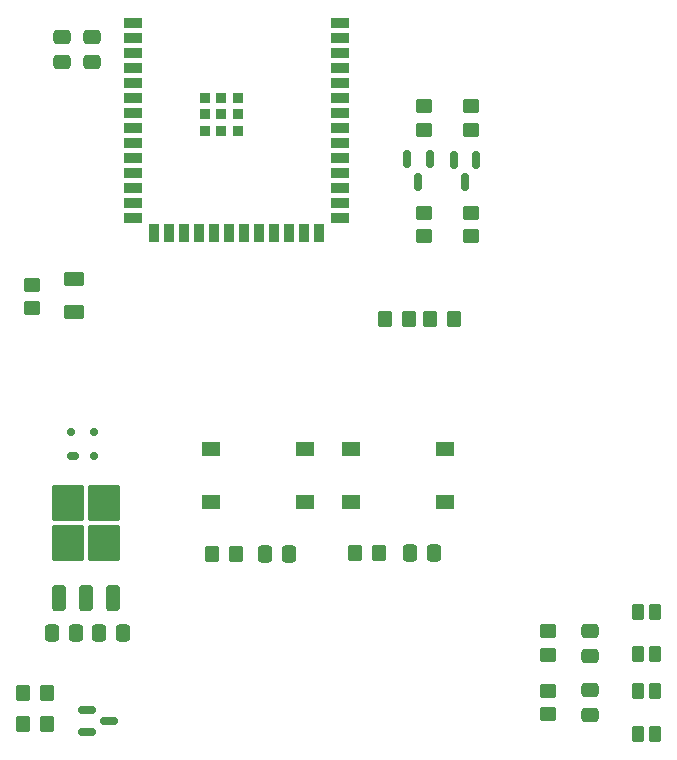
<source format=gbr>
%TF.GenerationSoftware,KiCad,Pcbnew,8.0.5*%
%TF.CreationDate,2024-10-15T02:56:10-05:00*%
%TF.ProjectId,werable_unit,77657261-626c-4655-9f75-6e69742e6b69,rev?*%
%TF.SameCoordinates,Original*%
%TF.FileFunction,Paste,Top*%
%TF.FilePolarity,Positive*%
%FSLAX46Y46*%
G04 Gerber Fmt 4.6, Leading zero omitted, Abs format (unit mm)*
G04 Created by KiCad (PCBNEW 8.0.5) date 2024-10-15 02:56:10*
%MOMM*%
%LPD*%
G01*
G04 APERTURE LIST*
G04 Aperture macros list*
%AMRoundRect*
0 Rectangle with rounded corners*
0 $1 Rounding radius*
0 $2 $3 $4 $5 $6 $7 $8 $9 X,Y pos of 4 corners*
0 Add a 4 corners polygon primitive as box body*
4,1,4,$2,$3,$4,$5,$6,$7,$8,$9,$2,$3,0*
0 Add four circle primitives for the rounded corners*
1,1,$1+$1,$2,$3*
1,1,$1+$1,$4,$5*
1,1,$1+$1,$6,$7*
1,1,$1+$1,$8,$9*
0 Add four rect primitives between the rounded corners*
20,1,$1+$1,$2,$3,$4,$5,0*
20,1,$1+$1,$4,$5,$6,$7,0*
20,1,$1+$1,$6,$7,$8,$9,0*
20,1,$1+$1,$8,$9,$2,$3,0*%
G04 Aperture macros list end*
%ADD10RoundRect,0.150000X-0.150000X0.587500X-0.150000X-0.587500X0.150000X-0.587500X0.150000X0.587500X0*%
%ADD11R,1.550000X1.300000*%
%ADD12RoundRect,0.250000X-0.450000X0.350000X-0.450000X-0.350000X0.450000X-0.350000X0.450000X0.350000X0*%
%ADD13RoundRect,0.250000X-0.350000X-0.450000X0.350000X-0.450000X0.350000X0.450000X-0.350000X0.450000X0*%
%ADD14RoundRect,0.250000X-0.337500X-0.475000X0.337500X-0.475000X0.337500X0.475000X-0.337500X0.475000X0*%
%ADD15R,1.498600X0.889000*%
%ADD16R,0.889000X1.498600*%
%ADD17R,0.889000X0.889000*%
%ADD18RoundRect,0.250000X0.450000X-0.350000X0.450000X0.350000X-0.450000X0.350000X-0.450000X-0.350000X0*%
%ADD19RoundRect,0.250000X0.275000X-0.450000X0.275000X0.450000X-0.275000X0.450000X-0.275000X-0.450000X0*%
%ADD20RoundRect,0.250000X-0.475000X0.337500X-0.475000X-0.337500X0.475000X-0.337500X0.475000X0.337500X0*%
%ADD21RoundRect,0.250000X0.350000X-0.850000X0.350000X0.850000X-0.350000X0.850000X-0.350000X-0.850000X0*%
%ADD22RoundRect,0.250000X1.125000X-1.275000X1.125000X1.275000X-1.125000X1.275000X-1.125000X-1.275000X0*%
%ADD23RoundRect,0.250000X0.475000X-0.337500X0.475000X0.337500X-0.475000X0.337500X-0.475000X-0.337500X0*%
%ADD24RoundRect,0.250000X0.625000X-0.375000X0.625000X0.375000X-0.625000X0.375000X-0.625000X-0.375000X0*%
%ADD25RoundRect,0.250000X0.337500X0.475000X-0.337500X0.475000X-0.337500X-0.475000X0.337500X-0.475000X0*%
%ADD26RoundRect,0.150000X-0.587500X-0.150000X0.587500X-0.150000X0.587500X0.150000X-0.587500X0.150000X0*%
%ADD27RoundRect,0.175000X0.325000X-0.175000X0.325000X0.175000X-0.325000X0.175000X-0.325000X-0.175000X0*%
%ADD28RoundRect,0.150000X0.150000X-0.200000X0.150000X0.200000X-0.150000X0.200000X-0.150000X-0.200000X0*%
G04 APERTURE END LIST*
D10*
%TO.C,Q2*%
X117346900Y-61216300D03*
X115446900Y-61216300D03*
X116396900Y-63091300D03*
%TD*%
D11*
%TO.C,SW4*%
X106769000Y-85634000D03*
X114719000Y-85634000D03*
X106769000Y-90134000D03*
X114719000Y-90134000D03*
%TD*%
D12*
%TO.C,R14*%
X116896900Y-56653800D03*
X116896900Y-58653800D03*
%TD*%
D13*
%TO.C,R9*%
X79000600Y-108940600D03*
X81000600Y-108940600D03*
%TD*%
%TO.C,R8*%
X78997500Y-106347000D03*
X80997500Y-106347000D03*
%TD*%
%TO.C,R25*%
X94989500Y-94546000D03*
X96989500Y-94546000D03*
%TD*%
D14*
%TO.C,C19*%
X111738500Y-94488000D03*
X113813500Y-94488000D03*
%TD*%
D15*
%TO.C,U10*%
X88278000Y-49604000D03*
X88278000Y-50874000D03*
X88278000Y-52144000D03*
X88278000Y-53414000D03*
X88278000Y-54684000D03*
X88278000Y-55954000D03*
X88278000Y-57224000D03*
X88278000Y-58494000D03*
X88278000Y-59764000D03*
X88278000Y-61034000D03*
X88278000Y-62304000D03*
X88278000Y-63574000D03*
X88278000Y-64844000D03*
X88278000Y-66114000D03*
D16*
X90043000Y-67364000D03*
X91313000Y-67364000D03*
X92583000Y-67364000D03*
X93853000Y-67364000D03*
X95123000Y-67364000D03*
X96393000Y-67364000D03*
X97663000Y-67364000D03*
X98933000Y-67364000D03*
X100203000Y-67364000D03*
X101473000Y-67364000D03*
X102743000Y-67364000D03*
X104013000Y-67364000D03*
D15*
X105778000Y-66114000D03*
X105778000Y-64844000D03*
X105778000Y-63574000D03*
X105778000Y-62304000D03*
X105778000Y-61034000D03*
X105778000Y-59764000D03*
X105778000Y-58494000D03*
X105778000Y-57224000D03*
X105778000Y-55954000D03*
X105778000Y-54684000D03*
X105778000Y-53414000D03*
X105778000Y-52144000D03*
X105778000Y-50874000D03*
X105778000Y-49604000D03*
D17*
X95778000Y-57324000D03*
X95778000Y-55924000D03*
X94378000Y-55924000D03*
X94378000Y-57324000D03*
X94378000Y-58724000D03*
X95778000Y-58724000D03*
X97178000Y-58724000D03*
X97178000Y-57324000D03*
X97178000Y-55924000D03*
%TD*%
D18*
%TO.C,R7*%
X79756000Y-73752000D03*
X79756000Y-71752000D03*
%TD*%
D12*
%TO.C,R15*%
X112896900Y-56653800D03*
X112896900Y-58653800D03*
%TD*%
D19*
%TO.C,SW5*%
X131035000Y-103050000D03*
X131035000Y-99450000D03*
X132475000Y-103050000D03*
X132475000Y-99450000D03*
%TD*%
D20*
%TO.C,C2*%
X126944000Y-106086500D03*
X126944000Y-108161500D03*
%TD*%
D12*
%TO.C,R20*%
X112896900Y-65653800D03*
X112896900Y-67653800D03*
%TD*%
D21*
%TO.C,U5*%
X82048000Y-98248000D03*
X84328000Y-98248000D03*
D22*
X82803000Y-93623000D03*
X85853000Y-93623000D03*
X82803000Y-90273000D03*
X85853000Y-90273000D03*
D21*
X86608000Y-98248000D03*
%TD*%
D19*
%TO.C,SW6*%
X131055000Y-109772000D03*
X131055000Y-106172000D03*
X132495000Y-109772000D03*
X132495000Y-106172000D03*
%TD*%
D13*
%TO.C,R18*%
X111621500Y-74676000D03*
X109621500Y-74676000D03*
%TD*%
D23*
%TO.C,C24*%
X82296000Y-52875000D03*
X82296000Y-50800000D03*
%TD*%
D13*
%TO.C,R13*%
X113477800Y-74676000D03*
X115477800Y-74676000D03*
%TD*%
D24*
%TO.C,D6*%
X83312000Y-74044000D03*
X83312000Y-71244000D03*
%TD*%
D12*
%TO.C,R19*%
X116896900Y-65653800D03*
X116896900Y-67653800D03*
%TD*%
D13*
%TO.C,R26*%
X107113500Y-94488000D03*
X109113500Y-94488000D03*
%TD*%
D18*
%TO.C,R3*%
X123444000Y-103124000D03*
X123444000Y-101124000D03*
%TD*%
%TO.C,R2*%
X123444000Y-108124000D03*
X123444000Y-106124000D03*
%TD*%
D11*
%TO.C,SW3*%
X94921000Y-85634000D03*
X102871000Y-85634000D03*
X94921000Y-90134000D03*
X102871000Y-90134000D03*
%TD*%
D10*
%TO.C,Q3*%
X113396900Y-61153800D03*
X111496900Y-61153800D03*
X112446900Y-63028800D03*
%TD*%
D25*
%TO.C,C4*%
X83469250Y-101243000D03*
X81394250Y-101243000D03*
%TD*%
D14*
%TO.C,C18*%
X99452000Y-94546000D03*
X101527000Y-94546000D03*
%TD*%
D23*
%TO.C,C23*%
X84836000Y-52875000D03*
X84836000Y-50800000D03*
%TD*%
D26*
%TO.C,D4*%
X84362500Y-107767500D03*
X84362500Y-109667500D03*
X86237500Y-108717500D03*
%TD*%
D27*
%TO.C,D2*%
X83253000Y-86273000D03*
D28*
X84953000Y-86273000D03*
X84953000Y-84273000D03*
X83053000Y-84273000D03*
%TD*%
D20*
%TO.C,C1*%
X126944000Y-101086500D03*
X126944000Y-103161500D03*
%TD*%
D25*
%TO.C,C3*%
X87469250Y-101243000D03*
X85394250Y-101243000D03*
%TD*%
M02*

</source>
